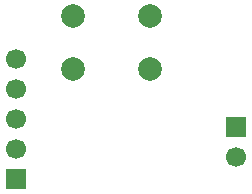
<source format=gbr>
%TF.GenerationSoftware,KiCad,Pcbnew,9.0.3*%
%TF.CreationDate,2025-11-22T12:31:01+05:30*%
%TF.ProjectId,multilayer trial,6d756c74-696c-4617-9965-722074726961,rev?*%
%TF.SameCoordinates,Original*%
%TF.FileFunction,Copper,L4,Bot*%
%TF.FilePolarity,Positive*%
%FSLAX46Y46*%
G04 Gerber Fmt 4.6, Leading zero omitted, Abs format (unit mm)*
G04 Created by KiCad (PCBNEW 9.0.3) date 2025-11-22 12:31:01*
%MOMM*%
%LPD*%
G01*
G04 APERTURE LIST*
%TA.AperFunction,ComponentPad*%
%ADD10C,2.000000*%
%TD*%
%TA.AperFunction,ComponentPad*%
%ADD11R,1.700000X1.700000*%
%TD*%
%TA.AperFunction,ComponentPad*%
%ADD12C,1.700000*%
%TD*%
G04 APERTURE END LIST*
D10*
%TO.P,SW1,1,1*%
%TO.N,GNDD*%
X113000000Y-82900000D03*
X119500000Y-82900000D03*
%TO.P,SW1,2,2*%
%TO.N,Net-(U1-~{RESET}{slash}PB5)*%
X113000000Y-87400000D03*
X119500000Y-87400000D03*
%TD*%
D11*
%TO.P,J2,1,Pin_1*%
%TO.N,Net-(J2-Pin_1)*%
X108200000Y-96740000D03*
D12*
%TO.P,J2,2,Pin_2*%
%TO.N,Net-(J2-Pin_2)*%
X108200000Y-94200000D03*
%TO.P,J2,3,Pin_3*%
%TO.N,Net-(J2-Pin_3)*%
X108200000Y-91660000D03*
%TO.P,J2,4,Pin_4*%
%TO.N,Net-(J2-Pin_4)*%
X108200000Y-89120000D03*
%TO.P,J2,5,Pin_5*%
%TO.N,Net-(J2-Pin_5)*%
X108200000Y-86580000D03*
%TD*%
D11*
%TO.P,J1,1,Pin_1*%
%TO.N,GNDD*%
X126800000Y-92325000D03*
D12*
%TO.P,J1,2,Pin_2*%
%TO.N,5VD*%
X126800000Y-94865000D03*
%TD*%
M02*

</source>
